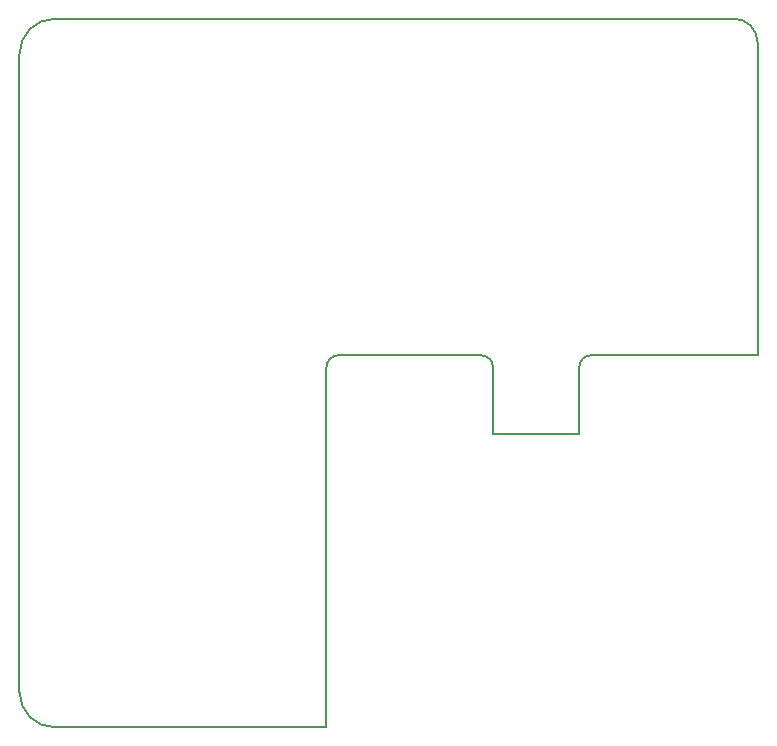
<source format=gm1>
%TF.GenerationSoftware,KiCad,Pcbnew,(5.1.4-0)*%
%TF.CreationDate,2019-11-16T13:15:52+08:00*%
%TF.ProjectId,VESC_6,56455343-5f36-42e6-9b69-6361645f7063,A*%
%TF.SameCoordinates,Original*%
%TF.FileFunction,Profile,NP*%
%FSLAX46Y46*%
G04 Gerber Fmt 4.6, Leading zero omitted, Abs format (unit mm)*
G04 Created by KiCad (PCBNEW (5.1.4-0)) date 2019-11-16 13:15:52*
%MOMM*%
%LPD*%
G04 APERTURE LIST*
%ADD10C,0.150000*%
G04 APERTURE END LIST*
D10*
X117000000Y-55000000D02*
G75*
G03X114000000Y-58000000I0J-3000000D01*
G01*
X114000000Y-58000000D02*
X114000000Y-112000000D01*
X114000000Y-112000000D02*
G75*
G03X117000000Y-115000000I3000000J0D01*
G01*
X117000000Y-55000000D02*
X117000000Y-55000000D01*
X141000000Y-83500000D02*
G75*
G03X140000000Y-84500000I0J-1000000D01*
G01*
X162400000Y-83500000D02*
G75*
G03X161400000Y-84500000I0J-1000000D01*
G01*
X153100000Y-83500000D02*
X141000000Y-83500000D01*
X154100000Y-90200000D02*
X154100000Y-84500000D01*
X161400000Y-90200000D02*
X154100000Y-90200000D01*
X161400000Y-84500000D02*
X161400000Y-90200000D01*
X176500000Y-83500000D02*
X162400000Y-83500000D01*
X176500000Y-57000000D02*
X176500000Y-83500000D01*
X154100000Y-84500000D02*
G75*
G03X153100000Y-83500000I-1000000J0D01*
G01*
X176500000Y-57000000D02*
G75*
G03X174500000Y-55000000I-2000000J0D01*
G01*
X140000000Y-115000000D02*
X140000000Y-84500000D01*
X174500000Y-55000000D02*
X117000000Y-55000000D01*
X140000000Y-115000000D02*
X117000000Y-115000000D01*
M02*

</source>
